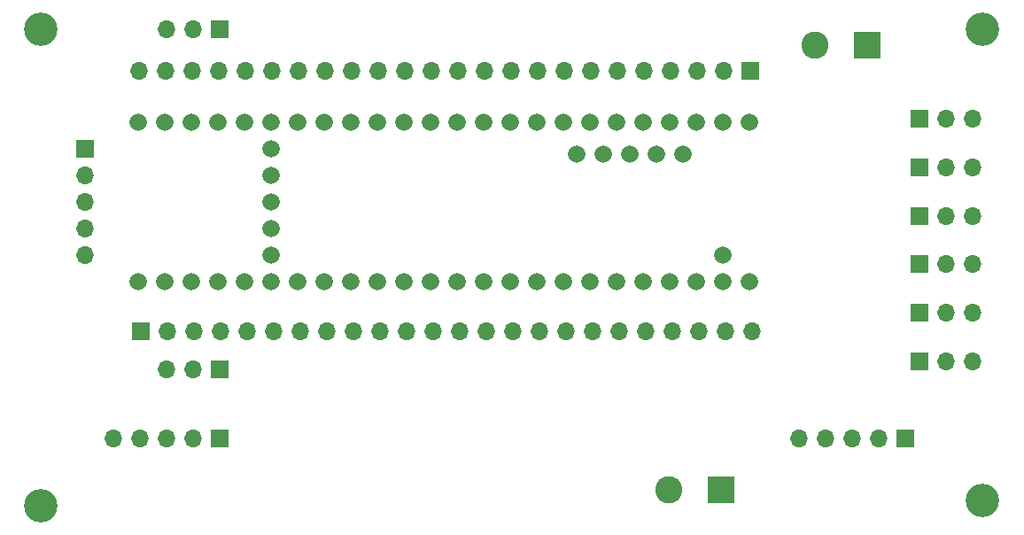
<source format=gbr>
%TF.GenerationSoftware,KiCad,Pcbnew,8.0.2*%
%TF.CreationDate,2024-06-25T21:58:57+02:00*%
%TF.ProjectId,Robo_V2.0-Teensy,526f626f-5f56-4322-9e30-2d5465656e73,rev?*%
%TF.SameCoordinates,Original*%
%TF.FileFunction,Soldermask,Bot*%
%TF.FilePolarity,Negative*%
%FSLAX46Y46*%
G04 Gerber Fmt 4.6, Leading zero omitted, Abs format (unit mm)*
G04 Created by KiCad (PCBNEW 8.0.2) date 2024-06-25 21:58:57*
%MOMM*%
%LPD*%
G01*
G04 APERTURE LIST*
%ADD10R,1.700000X1.700000*%
%ADD11O,1.700000X1.700000*%
%ADD12C,3.200000*%
%ADD13C,1.665000*%
%ADD14R,2.600000X2.600000*%
%ADD15C,2.600000*%
G04 APERTURE END LIST*
D10*
%TO.C,IR6*%
X230920000Y-67750000D03*
D11*
X233460000Y-67750000D03*
X236000000Y-67750000D03*
%TD*%
D10*
%TO.C,IR5*%
X230920000Y-63100000D03*
D11*
X233460000Y-63100000D03*
X236000000Y-63100000D03*
%TD*%
D10*
%TO.C,IR4*%
X230920000Y-58450000D03*
D11*
X233460000Y-58450000D03*
X236000000Y-58450000D03*
%TD*%
D10*
%TO.C,IR3*%
X230920000Y-53800000D03*
D11*
X233460000Y-53800000D03*
X236000000Y-53800000D03*
%TD*%
D10*
%TO.C,IR2*%
X230920000Y-49150000D03*
D11*
X233460000Y-49150000D03*
X236000000Y-49150000D03*
%TD*%
D10*
%TO.C,IR1*%
X230920000Y-44500000D03*
D11*
X233460000Y-44500000D03*
X236000000Y-44500000D03*
%TD*%
D10*
%TO.C,JR1*%
X214820000Y-39930000D03*
D11*
X212280000Y-39930000D03*
X209740000Y-39930000D03*
X207200000Y-39930000D03*
X204660000Y-39930000D03*
X202120000Y-39930000D03*
X199580000Y-39930000D03*
X197040000Y-39930000D03*
X194500000Y-39930000D03*
X191960000Y-39930000D03*
X189420000Y-39930000D03*
X186880000Y-39930000D03*
X184340000Y-39930000D03*
X181800000Y-39930000D03*
X179260000Y-39930000D03*
X176720000Y-39930000D03*
X174180000Y-39930000D03*
X171640000Y-39930000D03*
X169100000Y-39930000D03*
X166560000Y-39930000D03*
X164020000Y-39930000D03*
X161480000Y-39930000D03*
X158940000Y-39930000D03*
X156400000Y-39930000D03*
%TD*%
D10*
%TO.C,JL1*%
X156510000Y-64880000D03*
D11*
X159050000Y-64880000D03*
X161590000Y-64880000D03*
X164130000Y-64880000D03*
X166670000Y-64880000D03*
X169210000Y-64880000D03*
X171750000Y-64880000D03*
X174290000Y-64880000D03*
X176830000Y-64880000D03*
X179370000Y-64880000D03*
X181910000Y-64880000D03*
X184450000Y-64880000D03*
X186990000Y-64880000D03*
X189530000Y-64880000D03*
X192070000Y-64880000D03*
X194610000Y-64880000D03*
X197150000Y-64880000D03*
X199690000Y-64880000D03*
X202230000Y-64880000D03*
X204770000Y-64880000D03*
X207310000Y-64880000D03*
X209850000Y-64880000D03*
X212390000Y-64880000D03*
X214930000Y-64880000D03*
%TD*%
D10*
%TO.C,J3*%
X151200000Y-47430000D03*
D11*
X151200000Y-49970000D03*
X151200000Y-52510000D03*
X151200000Y-55050000D03*
X151200000Y-57590000D03*
%TD*%
D12*
%TO.C,H6*%
X147000000Y-36000000D03*
%TD*%
%TO.C,H4*%
X147000000Y-81500000D03*
%TD*%
%TO.C,H3*%
X237000000Y-81000000D03*
%TD*%
D10*
%TO.C,Gyro2*%
X164075000Y-75125000D03*
D11*
X161535000Y-75125000D03*
X158995000Y-75125000D03*
X156455000Y-75125000D03*
X153915000Y-75125000D03*
%TD*%
D13*
%TO.C,IC1*%
X209630000Y-44880000D03*
X207090000Y-44880000D03*
X204550000Y-44880000D03*
X202010000Y-44880000D03*
X199470000Y-44880000D03*
X196930000Y-44880000D03*
X194390000Y-44880000D03*
X191850000Y-44880000D03*
X189310000Y-44880000D03*
X186770000Y-44880000D03*
X184230000Y-44880000D03*
X181690000Y-44880000D03*
X181690000Y-60120000D03*
X184230000Y-60120000D03*
X186770000Y-60120000D03*
X189310000Y-60120000D03*
X191850000Y-60120000D03*
X194390000Y-60120000D03*
X196930000Y-60120000D03*
X199470000Y-60120000D03*
X202010000Y-60120000D03*
X204550000Y-60120000D03*
X207090000Y-60120000D03*
X176610000Y-44880000D03*
X174070000Y-44880000D03*
X171530000Y-44880000D03*
X168990000Y-44880000D03*
X166450000Y-44880000D03*
X163910000Y-44880000D03*
X161370000Y-44880000D03*
X158830000Y-44880000D03*
X156290000Y-44880000D03*
X156290000Y-60120000D03*
X158830000Y-60120000D03*
X161370000Y-60120000D03*
X163910000Y-60120000D03*
X166450000Y-60120000D03*
X168990000Y-60120000D03*
X171530000Y-60120000D03*
X174070000Y-60120000D03*
X176610000Y-60120000D03*
X179150000Y-44880000D03*
X168990000Y-47420000D03*
X168990000Y-49960000D03*
X168990000Y-52500000D03*
X168990000Y-55040000D03*
X168990000Y-57580000D03*
X198200000Y-47930000D03*
X200740000Y-47930000D03*
X203280000Y-47930000D03*
X205820000Y-47930000D03*
X208360000Y-47930000D03*
X209630000Y-60120000D03*
X214710000Y-60120000D03*
X212170000Y-44880000D03*
X212170000Y-57580000D03*
X179150000Y-60120000D03*
X212170000Y-60120000D03*
X214710000Y-44880000D03*
%TD*%
D10*
%TO.C,H1*%
X164040000Y-68500000D03*
D11*
X161500000Y-68500000D03*
X158960000Y-68500000D03*
%TD*%
D14*
%TO.C,Input1*%
X212000000Y-80000000D03*
D15*
X207000000Y-80000000D03*
%TD*%
D10*
%TO.C,H2*%
X164025000Y-36000000D03*
D11*
X161485000Y-36000000D03*
X158945000Y-36000000D03*
%TD*%
D14*
%TO.C,LED1*%
X226000000Y-37500000D03*
D15*
X221000000Y-37500000D03*
%TD*%
D12*
%TO.C,H5*%
X237000000Y-36000000D03*
%TD*%
D10*
%TO.C,Gyro1*%
X229575000Y-75125000D03*
D11*
X227035000Y-75125000D03*
X224495000Y-75125000D03*
X221955000Y-75125000D03*
X219415000Y-75125000D03*
%TD*%
M02*

</source>
